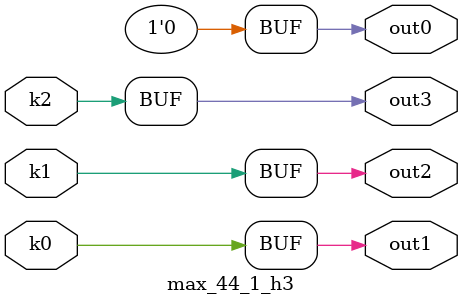
<source format=v>
module max_44_1(pi00, pi01, pi02, pi03, pi04, pi05, pi06, pi07, pi08, pi09, pi10, po0, po1, po2, po3);
input pi00, pi01, pi02, pi03, pi04, pi05, pi06, pi07, pi08, pi09, pi10;
output po0, po1, po2, po3;
wire k0, k1, k2;
max_44_1_w3 DUT1 (pi00, pi01, pi02, pi03, pi04, pi05, pi06, pi07, pi08, pi09, pi10, k0, k1, k2);
max_44_1_h3 DUT2 (k0, k1, k2, po0, po1, po2, po3);
endmodule

module max_44_1_w3(in10, in9, in8, in7, in6, in5, in4, in3, in2, in1, in0, k2, k1, k0);
input in10, in9, in8, in7, in6, in5, in4, in3, in2, in1, in0;
output k2, k1, k0;
assign k0 =   in5 ? in2 : in7;
assign k1 =   in5 ? in3 : in8;
assign k2 =   ~in0 & (((in6 | ~in1) & (((in7 | ~in2) & (((in8 | ~in3) & (in9 | (~in4 & in10))) | (in8 & ~in3))) | (in7 & ~in2))) | (in6 & ~in1));
endmodule

module max_44_1_h3(k2, k1, k0, out3, out2, out1, out0);
input k2, k1, k0;
output out3, out2, out1, out0;
assign out0 = 0;
assign out1 = k0;
assign out2 = k1;
assign out3 = k2;
endmodule

</source>
